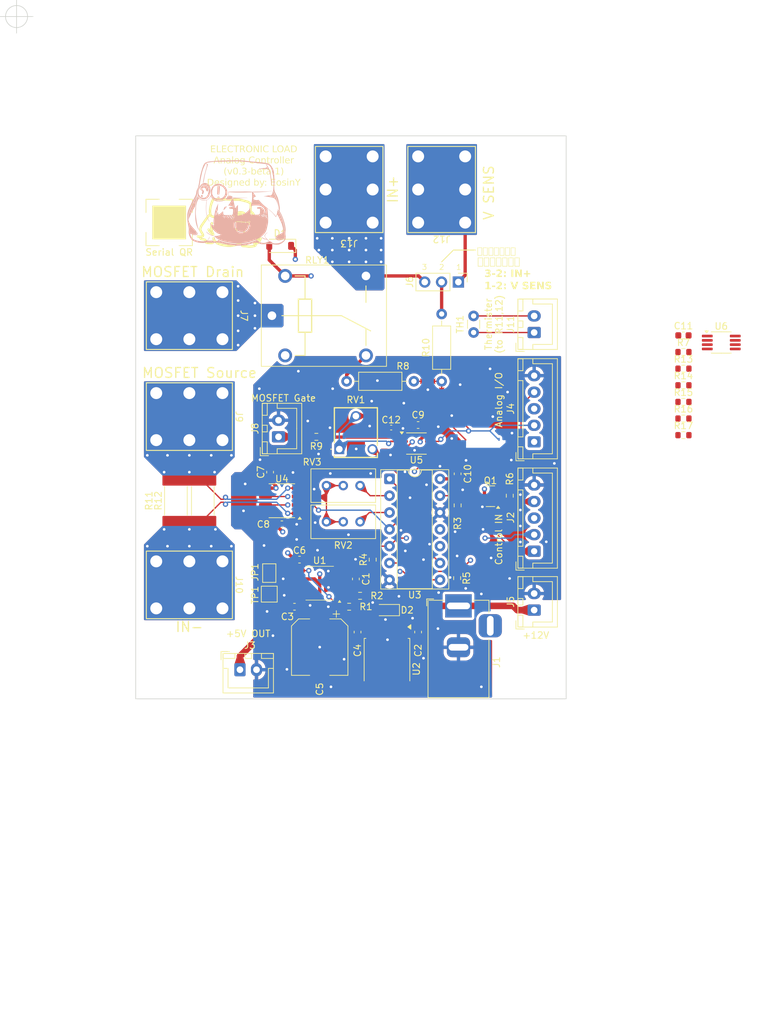
<source format=kicad_pcb>
(kicad_pcb (version 20241229) (generator "pcbnew") (generator_version "9.0")
  (layers (0 "F.Cu" signal) (4 "In1.Cu" signal) (6 "In2.Cu" signal) (2 "B.Cu" signal) (13 "F.Paste" user) (15 "B.Paste" user) (5 "F.SilkS" user "F.Silkscreen") (7 "B.SilkS" user "B.Silkscreen") (1 "F.Mask" user) (3 "B.Mask" user) (25 "Edge.Cuts" user))
  (net 0 "")
  (net 1 "VCC")
  (net 2 "GND")
  (net 4 "/Vmeas")
  (net 5 "Vofs")
  (net 6 "SHUNT_SELECT2")
  (net 7 "LOAD_ENABLE")
  (net 8 "SHUNT_SELECT1")
  (net 9 "Vconst_ENABLE")
  (net 10 "/Vref")
  (net 11 "Rg_2")
  (net 12 "Net-(RV1-Pad3)")
  (net 13 "Rg_1")
  (net 14 "+12V")
  (net 15 "/MOS+")
  (net 16 "/R+")
  (net 17 "/Load+")
  (net 18 "/Vsens")
  (net 19 "/LOAD_ENABLE-G")
  (net 20 "/Vmeas_IN")
  (net 21 "/TH_1")
  (net 22 "/TH_2")
  (net 23 "Net-(J8-Pin_1)")
  (net 24 "VEE")
  (net 25 "Net-(JP1-A)")
  (net 26 "Net-(RV2-Pad1)")
  (net 27 "Net-(RV3-Pad1)")
  (net 28 "Net-(U1-C-)")
  (net 29 "Net-(U1-C+)")
  (net 30 "Net-(C12-Pad1)")
  (net 31 "Net-(C12-Pad2)")
  (net 32 "Net-(U1-FB)")
  (net 33 "/Imeas")
  (net 36 "R-")
  (net 37 "Net-(R17-Pad2)")
  (net 38 "Net-(R10-Pad1)")
  (net 39 "Net-(R13-Pad1)")
  (net 40 "Net-(R13-Pad2)")
  (net 41 "Net-(R15-Pad1)")
  (net 42 "Net-(U6-Pad6)")
  (footprint "Connector_JST:JST_XH_B2B-XH-A_1x02_P2.50mm_Vertical" (layer "F.Cu") (at 90.17 59.69 90)
    (property "Reference" "J11")
    (property "Value" "Conn_01x02")
  )
  (footprint "Package_SO:MSOP-8_3x3mm_P0.65mm" (layer "F.Cu") (at 118.423 61.198)
    (property "Reference" "U6")
    (property "Value" "S-89713B-K8T2U")
  )
  (footprint "Diode_SMD:D_SOD-323" (layer "F.Cu") (at 67.818 101.6 180)
    (property "Reference" "D2")
    (property "Value" "D_Schottky")
  )
  (footprint "Package_TO_SOT_SMD:TO-252-2" (layer "F.Cu") (at 67.945 109.18 -90)
    (property "Reference" "U2")
    (property "Value" "NJM7805SDL1")
  )
  (footprint "Connector_PinHeader_2.54mm:PinHeader_1x03_P2.54mm_Vertical" (layer "F.Cu") (at 78.725 52.07 -90)
    (property "Reference" "J6")
    (property "Value" "VsensJMP")
  )
  (footprint "Diode_SMD:D_SOD-123" (layer "F.Cu") (at 51.817 46.609 180)
    (property "Reference" "D1")
    (property "Value" "GS1010FL")
  )
  (footprint "Capacitor_THT:C_Disc_D3.0mm_W1.6mm_P2.50mm" (layer "F.Cu") (at 81.026 59.69 90)
    (property "Reference" "TH1")
    (property "Value" "Thermistor")
  )
  (footprint "Capacitor_SMD:C_0603_1608Metric" (layer "F.Cu") (at 72.644 104.915 -90)
    (property "Reference" "C2")
    (property "Value" "0.47u")
  )
  (footprint "MountingHole:MountingHole_3.2mm_M3" (layer "F.Cu") (at 90 110)
    (property "Reference" "H3" (hide yes))
    (property "Value" "MountingHole")
  )
  (footprint "Resistor_SMD:R_0603_1608Metric" (layer "F.Cu") (at 112.713 65.148)
    (property "Reference" "R13")
    (property "Value" "10k")
  )
  (footprint "Package_DMP:DMP-8_5x5_P1.27mm" (layer "F.Cu") (at 57.785 97.536 90)
    (property "Reference" "U1")
    (property "Value" "NJW4191M")
  )
  (footprint "Resistor_SMD:R_2512_6332Metric" (layer "F.Cu") (at 40.132 85.09 -90)
    (property "Reference" "R12")
    (property "Value" "20m")
  )
  (footprint "Package_SO:SOIC-8_3.9x4.9mm_P1.27mm" (layer "F.Cu") (at 52.07 85.09 180)
    (property "Reference" "U4")
    (property "Value" "AD8226ARZ")
  )
  (footprint "Capacitor_SMD:C_0603_1608Metric" (layer "F.Cu") (at 50.292 80.772 90)
    (property "Reference" "C7")
    (property "Value" "0.1u")
  )
  (footprint "AM_Conn_BarrelJack:MJ-179P(H)" (layer "F.Cu") (at 78.74 114.715 90)
    (property "Reference" "J1")
    (property "Value" "2.1-5.5 +12VDC")
  )
  (footprint "Resistor_SMD:R_0603_1608Metric" (layer "F.Cu") (at 65.786 93.98 -90)
    (property "Reference" "R4")
    (property "Value" "10k")
  )
  (footprint "Resistor_THT:R_Axial_DIN0207_L6.3mm_D2.5mm_P10.16mm_Horizontal" (layer "F.Cu") (at 61.849 67.056)
    (property "Reference" "R8")
    (property "Value" "10k")
  )
  (footprint "Connector_JST:JST_XH_B2B-XH-A_1x02_P2.50mm_Vertical" (layer "F.Cu") (at 51.562 75.438 90)
    (property "Reference" "J8")
    (property "Value" "Gate")
  )
  (footprint "Connector_JST:JST_XH_B2B-XH-A_1x02_P2.50mm_Vertical" (layer "F.Cu") (at 90.17 101.6 90)
    (property "Reference" "J5")
    (property "Value" "+12V")
  )
  (footprint "Resistor_SMD:R_0603_1608Metric" (layer "F.Cu") (at 112.713 72.678)
    (property "Reference" "R16")
    (property "Value" "10k")
  )
  (footprint "AM_Relay:HSINDA-943_12A-1C_5p" (layer "F.Cu") (at 58.42 57.15)
    (property "Reference" "RLY1")
    (property "Value" "943-1C-12DS")
  )
  (footprint "Potentiometer_THT:Potentiometer_Bourns_3296W_Vertical" (layer "F.Cu") (at 63.881 88.265)
    (property "Reference" "RV2")
    (property "Value" "500")
  )
  (footprint "Resistor_SMD:R_0603_1608Metric" (layer "F.Cu") (at 86.487 84.328 -90)
    (property "Reference" "R6")
    (property "Value" "10k")
  )
  (footprint "Capacitor_SMD:C_0603_1608Metric" (layer "F.Cu") (at 53.975 101.092 180)
    (property "Reference" "C3")
    (property "Value" "1u")
  )
  (footprint "AM_Conn_ScrewTerminal:ScrewTerminal_01x01_PCB-20" (layer "F.Cu") (at 38.1 97.79 -90)
    (property "Reference" "J10")
    (property "Value" "Vin_-")
  )
  (footprint "Capacitor_SMD:C_0402_1005Metric" (layer "F.Cu") (at 68.58 74.041)
    (property "Reference" "C12")
    (property "Value" "0.01u")
  )
  (footprint "Resistor_SMD:R_0603_1608Metric" (layer "F.Cu") (at 63.881 99.441 180)
    (property "Reference" "R2")
    (property "Value" "10k")
  )
  (footprint "Connector_JST:JST_XH_B2B-XH-A_1x02_P2.50mm_Vertical" (layer "F.Cu") (at 45.74 110.6)
    (property "Reference" "J3")
    (property "Value" "+5V")
  )
  (footprint "Capacitor_SMD:C_0603_1608Metric" (layer "F.Cu") (at 112.713 60.128)
    (property "Reference" "C11")
    (property "Value" "0.1u")
  )
  (footprint "Capacitor_SMD:CP_Elec_8x6.2" (layer "F.Cu") (at 57.785 107.19 -90)
    (property "Reference" "C5")
    (property "Value" "47u")
  )
  (footprint "Resistor_THT:R_Axial_DIN0207_L6.3mm_D2.5mm_P10.16mm_Horizontal" (layer "F.Cu") (at 76.2 67.056 90)
    (property "Reference" "R10")
    (property "Value" "150k")
  )
  (footprint "TestPoint:TestPoint_Pad_2.0x2.0mm" (layer "F.Cu") (at 50.165 99.187)
    (property "Reference" "TP1")
    (property "Value" "CLK_in")
  )
  (footprint "Capacitor_SMD:C_0603_1608Metric" (layer "F.Cu") (at 52.07 88.646)
    (property "Reference" "C8")
    (property "Value" "0.1u")
  )
  (footprint "Resistor_SMD:R_0603_1608Metric" (layer "F.Cu") (at 112.713 67.658)
    (property "Reference" "R14")
    (property "Value" "10k")
  )
  (footprint "Connector_JST:JST_XH_B5B-XH-A_1x05_P2.50mm_Vertical" (layer "F.Cu") (at 90.17 76.2 90)
    (property "Reference" "J4")
    (property "Value" "AnalogIO")
  )
  (footprint "Capacitor_SMD:C_0603_1608Metric" (layer "F.Cu") (at 54.737 93.98)
    (property "Reference" "C6")
    (property "Value" "1u")
  )
  (footprint "Resistor_SMD:R_0603_1608Metric" (layer "F.Cu") (at 112.713 70.168)
    (property "Reference" "R15")
    (property "Value" "10k")
  )
  (footprint "Resistor_SMD:R_0603_1608Metric" (layer "F.Cu") (at 112.713 62.638)
    (property "Reference" "R7")
    (property "Value" "10k")
  )
  (footprint "Jumper:SolderJumper-2_P1.3mm_Open_TrianglePad1.0x1.5mm" (layer "F.Cu") (at 50.165 96.012 90)
    (property "Reference" "JP1")
    (property "Value" "CLK_disable")
  )
  (footprint "Eoshi-chan_v2:Eoshi-chan-v2_10x10" (layer "F.Cu") (at 44.196 43.18)
    (property "Reference" "P2" (hide yes))
    (property "Value" "Eoshi-chan_Silk" (hide yes))
  )
  (footprint "MountingHole:MountingHole_3.2mm_M3" (layer "F.Cu") (at 90 35)
    (property "Reference" "H4" (hide yes))
    (property "Value" "MountingHole")
  )
  (footprint "AM_Conn_ScrewTerminal:ScrewTerminal_01x01_PCB-20" (layer "F.Cu") (at 38.1 57.15 -90)
    (property "Reference" "J7")
    (property "Value" "Drain")
  )
  (footprint "AM_Conn_ScrewTerminal:ScrewTerminal_01x01_PCB-20" (layer "F.Cu") (at 38.1 72.39 -90)
    (property "Reference" "J9")
    (property "Value" "Source")
  )
  (footprint "Package_DIP:DIP-14_W7.62mm_Socket" (layer "F.Cu") (at 68.326 81.788)
    (property "Reference" "U3")
    (property "Value" "TC74HC4066AP")
  )
  (footprint "Package_TO_SOT_SMD:SOT-23" (layer "F.Cu") (at 83.566 84.4042 180)
    (property "Reference" "Q1")
    (property "Value" "2N7002K")
  )
  (footprint "Resistor_SMD:R_2512_6332Metric" (layer "F.Cu") (at 36.068 85.09 -90)
    (property "Reference" "R11")
    (property "Value" "20m")
  )
  (footprint "JLCPCB_Serial:Serial_QR_5x5" (layer "F.Cu") (at 35.052 43.076)
    (property "Reference" "P3" (hide yes))
    (property "Value" "Serial_QR")
  )
  (footprint "Resistor_SMD:R_0603_1608Metric" (layer "F.Cu") (at 57.277 75.438 180)
    (property "Reference" "R9")
    (property "Value" "100")
  )
  (footprint "Capacitor_SMD:C_0603_1608Metric" (layer "F.Cu") (at 78.613 81.026 90)
    (property "Reference" "C10")
    (property "Value" "0.1u")
  )
  (footprint "MountingHole:MountingHole_3.2mm_M3" (layer "F.Cu") (at 35 35)
    (property "Reference" "H1" (hide yes))
    (property "Value" "MountingHole")
  )
  (footprint "Potentiometer_THT:Potentiometer_Bourns_3296W_Vertical" (layer "F.Cu") (at 63.881 82.804)
    (property "Reference" "RV3")
    (property "Value" "1k")
  )
  (footprint "MountingHole:MountingHole_3.2mm_M3" (layer "F.Cu") (at 35 110)
    (property "Reference" "H2" (hide yes))
    (property "Value" "MountingHole")
  )
  (footprint "Capacitor_SMD:C_0603_1608Metric" (layer "F.Cu") (at 72.644 73.66 180)
    (property "Reference" "C9")
    (property "Value" "0.1u")
  )
  (footprint "AM_Potentiometer:TSR065103R" (layer "F.Cu") (at 60.746 77.303)
    (property "Reference" "RV1")
    (property "Value" "10k" (hide yes))
  )
  (footprint "Package_SO:MSOP-8_3x3mm_P0.65mm" (layer "F.Cu") (at 72.39 76.454)
    (property "Reference" "U5")
    (property "Value" "S-89713B-K8T2U")
  )
  (footprint "Resistor_SMD:R_0603_1608Metric" (layer "F.Cu") (at 78.613 85.788 -90)
    (property "Reference" "R3")
    (property "Value" "10k")
  )
  (footprint "Resistor_SMD:R_0603_1608Metric" (layer "F.Cu") (at 62.23 101.092 180)
    (property "Reference" "R1")
    (property "Value" "20k")
  )
  (footprint "Resistor_SMD:R_0603_1608Metric" (layer "F.Cu") (at 112.713 75.188)
    (property "Reference" "R17")
    (property "Value" "10k")
  )
  (footprint "AM_Conn_ScrewTerminal:ScrewTerminal_01x01_PCB-20" (layer "F.Cu") (at 62.23 38.1 180)
    (property "Reference" "J13")
    (property "Value" "Vin+")
  )
  (footprint "AM_Conn_ScrewTerminal:ScrewTerminal_01x01_PCB-20" (layer "F.Cu") (at 76.2 38.1 180)
    (property "Reference" "J12")
    (property "Value" "Vsens")
  )
  (footprint "Connector_JST:JST_XH_B5B-XH-A_1x05_P2.50mm_Vertical" (layer "F.Cu") (at 90.17 92.71 90)
    (property "Reference" "J2")
    (property "Value" "Switch_Control")
  )
  (footprint "Capacitor_SMD:C_0603_1608Metric" (layer "F.Cu") (at 63.5 104.915 -90)
    (property "Reference" "C4")
    (property "Value" "0.1u")
  )
  (footprint "Capacitor_SMD:C_0603_1608Metric" (layer "F.Cu") (at 63.246 96.901 90)
    (property "Reference" "C1")
    (property "Value" "1u")
  )
  (footprint "Resistor_SMD:R_0603_1608Metric" (layer "F.Cu") (at 78.5368 96.774 -90)
    (property "Reference" "R5")
    (property "Value" "10k")
  )
  (footprint "Eoshi-chan:Eoshi-chan_logo_15x15" (layer "B.Cu") (at 45.212328 39.730973 180)
    (property "Reference" "P1" (hide yes))
    (property "Value" "Eoshi-chan_Silk" (hide yes))
  )
  (gr_line (start 77.978 47.244) (end 76.2 49.022) (stroke (width 0.15)) (layer "F.SilkS"))
  (gr_line (start 81.28 47.244) (end 77.978 47.244) (stroke (width 0.15)) (layer "F.SilkS"))
  (gr_rect (start 30 30) (end 95 115) (stroke (width 0.1)) (fill no) (layer "Edge.Cuts"))
  (gr_text "Analog I/O" (at 84.836 69.85 90) (layer "F.SilkS") (effects (font (size 1 1))))
  (gr_text "電圧測定モード\n  3-2: IN+\n  1-2: V SENS" (at 81.5848 53.34 0) (layer "F.SilkS") (effects (font (size 1.1 1.1) (thickness 0.22) (bold yes)) (justify left bottom)))
  (gr_text "IN+" (at 68.824 38.076 90) (layer "F.SilkS") (effects (font (size 1.5 1.5) (thickness 0.2))))
  (gr_text "3   2   1" (at 76.2 50.292 0) (layer "F.SilkS") (effects (font (size 0.8 0.8) (thickness 0.1)) (justify bottom)))
  (gr_text "Control IN" (at 84.836 90.932 90) (layer "F.SilkS") (effects (font (size 1 1))))
  (gr_text "+12V" (at 90.424 105.41 0) (layer "F.SilkS") (effects (font (size 1 1))))
  (gr_text "Thermister\n(to R11,12)" (at 84.074 58.44 90) (layer "F.SilkS") (effects (font (size 1 1))))
  (gr_text "MOSFET Gate" (at 52.324 69.596 0) (layer "F.SilkS") (effects (font (size 1 1))))
  (gr_text "MOSFET Drain" (at 38.608 50.546 0) (layer "F.SilkS") (effects (font (size 1.5 1.5) (thickness 0.2))))
  (gr_text "V SENS" (at 83.324 38.576 90) (layer "F.SilkS") (effects (font (size 1.5 1.5) (thickness 0.2))))
  (gr_text "+5V OUT" (at 46.99 105.156 0) (layer "F.SilkS") (effects (font (size 1 1))))
  (gr_text "ELECTRONIC LOAD\nAnalog Controller\n(v0.3-beta.1)\nDesigned by: EosinY" (at 47.824 34.576 0) (layer "F.SilkS") (effects (font (size 1 1) (thickness 0.125))))
  (gr_text "IN-" (at 38.1 104.14 0) (layer "F.SilkS") (effects (font (size 1.5 1.5) (thickness 0.2))))
  (gr_text "MOSFET Source" (at 39.624 65.786 0) (layer "F.SilkS") (effects (font (size 1.5 1.5) (thickness 0.2))))
  (gr_text "ジャンパーピン" (at 81.534 48.006 0) (layer "F.SilkS") (effects (font (size 1 1) (thickness 0.2) (bold yes)) (justify left bottom)))
  (target plus (at 12.005 11.99) (size 5) (width 0.1) (layer "Edge.Cuts"))
  (segment (start 78.486 73.406) (end 77.9145 73.9775) (width 0.2) (layer "F.Cu") (net 0))
  (segment (start 74.5025 76.779) (end 78.952 76.779) (width 0.2) (layer "F.Cu") (net 0))
  (segment (start 78.952 76.779) (end 79.834 75.897) (width 0.2) (layer "F.Cu") (net 0))
  (segment (start 76.2 72.263) (end 76.2 67.056) (width 0.2) (layer "F.Cu") (net 0))
  (segment (start 78.514 73.406) (end 78.486 73.406) (width 0.2) (layer "F.Cu") (net 0))
  (segment (start 76.2 67.056) (end 72.009 67.056) (width 0.2) (layer "F.Cu") (net 0))
  (segment (start 79.834 75.897) (end 76.2 72.263) (width 0.2) (layer "F.Cu") (net 0))
  (segment (start 72.9615 76.2) (end 72.9615 75.8825) (width 0.5) (layer "F.Cu") (net 1))
  (segment (start 54.735 99.631) (end 54.735 101.077) (width 0.5) (layer "F.Cu") (net 1))
  (segment (start 73.406 75.438) (end 73.406 73.673) (width 0.5) (layer "F.Cu") (net 1))
  (segment (start 57.785 100.457) (end 57.785 97.663) (width 0.5) (layer "F.Cu") (net 1))
  (segment (start 50.165 104.14) (end 57.785 104.14) (width 1) (layer "F.Cu") (net 1))
  (segment (start 57.785 100.203) (end 57.023 99.441) (width 0.5) (layer "F.Cu") (net 1))
  (segment (start 54.735 101.077) (end 54.75 101.092) (width 0.5) (layer "F.Cu") (net 1))
  (segment (start 57.785 100.457) (end 57.785 100.203) (width 0.5) (layer "F.Cu") (net 1))
  (segment (start 78.5746 81.788) (end 75.946 81.788) (width 0.5) (layer "F.Cu") (net 1))
  (segment (start 65.665 102.737) (end 66.768 101.634) (width 1) (layer "F.Cu") (net 1))
  (segment (start 54.545 96.901) (end 57.023 96.901) (width 0.5) (layer "F.Cu") (net 1))
  (segment (start 57.785 104.14) (end 57.785 100.457) (width 0.5) (layer "F.Cu") (net 1))
  (segment (start 57.023 99.441) (end 54.545 99.441) (width 0.5) (layer "F.Cu") (net 1))
  (segment (start 50.8 86.995) (end 49.595 86.995) (width 0.5) (layer "F.Cu") (net 1))
  (segment (start 54.545 99.441) (end 54.735 99.631) (width 0.5) (layer "F.Cu") (net 1))
  (segment (start 45.74 108.565) (end 45.74 110.6) (width 1) (layer "F.Cu") (net 1))
  (segment (start 66.768 101.634) (end 66.768 101.6) (width 1) (layer "F.Cu") (net 1))
  (segment (start 51.308 88.646) (end 51.295 88.646) (width 0.5) (layer "F.Cu") (net 1))
  (segment (start 63.5 104.14) (end 57.785 104.14) (width 1) (layer "F.Cu") (net 1))
  (segment (start 51.295 88.646) (end 51.295 88.887) (width 0.5) (layer "F.Cu") (net 1))
  (segment (start 51.295 88.887) (end 52.197 89.789) (width 0.5) (layer "F.Cu") (net 1))
  (segment (start 73.365 75.479) (end 74.5025 75.479) (width 0.3) (layer "F.Cu") (net 1))
  (segment (start 57.023 96.901) (end 57.785 97.663) (width 0.5) (layer "F.Cu") (net 1))
  (segment (start 73.406 73.673) (end 73.419 73.66) (width 0.5) (layer "F.Cu") (net 1))
  (segment (start 50.165 104.14) (end 45.74 108.565) (width 1) (layer "F.Cu") (net 1))
  (segment (start 51.295 88.646) (end 51.295 87.49) (width 0.5) (layer "F.Cu") (net 1))
  (segment (start 65.665 104.14) (end 65.665 102.737) (width 1) (layer "F.Cu") (net 1))
  (segment (start 65.665 104.14) (end 63.5 104.14) (width 1) (layer "F.Cu") (net 1))
  (segment (start 72.9615 75.8825) (end 73.365 75.479) (width 0.5) (layer "F.Cu") (net 1))
  (segment (start 51.295 87.49) (end 50.8 86.995) (width 0.5) (layer "F.Cu") (net 1))
  (segment (start 73.365 75.479) (end 73.406 75.438) (width 0.5) (layer "F.Cu") (net 1))
  (segment (start 57.785 97.663) (end 57.785 96.139) (width 0.5) (layer "F.Cu") (net 1))
  (via (at 52.197 89.789) (size 0.8) (drill 0.4) (layers "F.Cu" "B.Cu") (net 1))
  (via (at 72.9615 76.2) (size 0.8) (drill 0.4) (layers "F.Cu" "B.Cu") (net 1))
  (via (at 57.785 96.139) (size 0.8) (drill 0.4) (layers "F.Cu" "B.Cu") (net 1))
  (segment (start 53.2384 89.0394) (end 53.2384 89.8652) (width 0.5) (layer "F.Cu") (net 2))
  (segment (start 59.182 95.7072) (end 60.3758 96.901) (width 0.5) (layer "F.Cu") (net 2))
  (segment (start 59.1058 98.171) (end 60.3758 96.901) (width 0.5) (layer "F.Cu") (net 2))
  (segment (start 60.3758 96.901) (end 61.025 96.901) (width 0.5) (layer "F.Cu") (net 2))
  (segment (start 53.2384 89.8652) (end 54.3052 90.932) (width 0.5) (layer "F.Cu") (net 2))
  (segment (start 52.845 88.646) (end 53.2384 89.0394) (width 0.5) (layer "F.Cu") (net 2))
  (segment (start 59.0804 95.7072) (end 59.182 95.7072) (width 0.5) (layer "F.Cu") (net 2))
  (via (at 75.692 73.914) (size 0.8) (drill 0.4) (layers "F.Cu" "B.Cu") (net 2))
  (via (at 63.1952 93.9292) (size 0.8) (drill 0.4) (layers "F.Cu" "B.Cu") (net 2))
  (via (at 59.3344 74.0664) (size 0.8) (drill 0.4) (layers "F.Cu" "B.Cu") (net 2))
  (via (at 57.0992 88.392) (size 0.8) (drill 0.4) (layers "F.Cu" "B.Cu") (net 2))
  (via (at 56.9468 83.3374) (size 0.8) (drill 0.4) (layers "F.Cu" "B.Cu") (net 2))
  (via (at 71.4248 84.6328) (size 0.8) (drill 0.4) (layers "F.Cu" "B.Cu") (net 2))
  (via (at 70.0532 89.5604) (size 0.8) (drill 0.4) (layers "F.Cu" "B.Cu") (net 2))
  (via (at 79.883 78.994) (size 0.8) (drill 0.4) (layers "F.Cu" "B.Cu") (net 2))
  (via (at 83.9216 72.39) (size 0.8) (drill 0.4) (layers "F.Cu" "B.Cu") (net 2))
  (via (at 59.3852 80.9752) (size 0.8) (drill 0.4) (layers "F.Cu" "B.Cu") (net 2))
  (via (at 74.1172 68.326) (size 0.8) (drill 0.4) (layers "F.Cu" "B.Cu") (net 2))
  (via (at 77.724 72.2376) (size 0.8) (drill 0.4) (layers "F.Cu" "B.Cu") (net 2))
  (via (at 88.0872 88.9) (size 0.8) (drill 0.4) (layers "F.Cu" "B.Cu") (net 2))
  (via (at 91.9988 91.2876) (size 0.8) (drill 0.4) (layers "F.Cu" "B.Cu") (net 2))
  (via (at 65.6336 70.0532) (size 0.8) (drill 0.4) (layers "F.Cu" "B.Cu") (net 2))
  (via (at 63.2968 77.2668) (size 0.8) (drill 0.4) (layers "F.Cu" "B.Cu") (net 2))
  (via (at 61.468 109.0168) (size 0.8) (drill 0.4) (layers "F.Cu" "B.Cu") (net 2))
  (via (at 54.5592 65.532) (size 0.8) (drill 0.4) (layers "F.Cu" "B.Cu") (net 2))
  (via (at 88.0872 86.487) (size 0.8) (drill 0.4) (layers "F.Cu" "B.Cu") (net 2))
  (via (at 83.6676 93.726) (size 0.8) (drill 0.4) (layers "F.Cu" "B.Cu") (net 2))
  (via (at 73.4568 93.98) (size 0.8) (drill 0.4) (layers "F.Cu" "B.Cu") (net 2))
  (via (at 46.2788 86.614) (size 0.8) (drill 0.4) (layers "F.Cu" "B.Cu") (net 2))
  (via (at 57.785 107.188) (size 0.8) (drill 0.4) (layers "F.Cu" "B.Cu") (net 2))
  (via (at 70.7136 92.6592) (size 0.8) (drill 0.4) (layers "F.Cu" "B.Cu") (net 2))
  (via (at 65.786 100.457) (size 0.8) (drill 0.4) (layers "F.Cu" "B.Cu") (net 2))
  (via (at 77.47 96.6724) (size 0.8) (drill 0.4) (layers "F.Cu" "B.Cu") (net 2))
  (via (at 68.0212 106.0704) (size 0.8) (drill 0.4) (layers "F.Cu" "B.Cu") (net 2))
  (via (at 82.3468 86.0044) (size 0.8) (drill 0.4) (layers "F.Cu" "B.Cu") (net 2))
  (via (at 65.3288 73.8124) (size 0.8) (drill 0.4) (layers "F.Cu" "B.Cu") (net 2))
  (via (at 82.1944 99.1616) (size 0.8) (drill 0.4) (layers "F.Cu" "B.Cu") (net 2))
  (via (at 59.1058 98.171) (size 0.8) (drill 0.4) (layers "F.Cu" "B.Cu") (net 2))
  (via (at 59.7408 68.1736) (size 0.8) (drill 0.4) (layers "F.Cu" "B.Cu") (net 2))
  (via (at 48.6664 68.1736) (size 0.8) (drill 0.4) (layers "F.Cu" "B.Cu") (net 2))
  (via (at 77.724 75.692) (size 0.8) (drill 0.4) (layers "F.Cu" "B.Cu") (net 2))
  (via (at 52.832 110.5408) (size 0.8) (drill 0.4) (layers "F.Cu" "B.Cu") (net 2))
  (via (at 59.0804 101.092) (size 0.8) (drill 0.4) (layers "F.Cu" "B.Cu") (net 2))
  (via (at 73.914 82.677) (size 0.8) (drill 0.4) (layers "F.Cu" "B.Cu") (net 2))
  (via (at 93.218 79.4512) (size 0.8) (drill 0.4) (layers "F.Cu" "B.Cu") (net 2))
  (via (at 78.232 89.7636) (size 0.8) (drill 0.4) (layers "F.Cu" "B.Cu") (net 2))
  (via (at 54.3052 88.646) (size 0.8) (drill 0.4) (layers "F.Cu" "B.Cu") (net 2))
  (via (at 83.5152 65.1764) (size 0.8) (drill 0.4) (layers "F.Cu" "B.Cu") (net 2))
  (via (at 70.485 70.358) (size 0.8) (drill 0.4) (layers "F.Cu" "B.Cu") (net 2))
  (via (at 75.6412 104.394) (size 0.8) (drill 0.4) (layers "F.Cu" "B.Cu") (net 2))
  (via (at 70.358 74.168) (size 0.8) (drill 0.4) (layers "F.Cu" "B.Cu") (net 2))
  (via (at 62.1284 90.2208) (size 0.8) (drill 0.4) (layers "F.Cu" "B.Cu") (net 2))
  (via (at 82.1944 113.1824) (size 0.8) (drill 0.4) (layers "F.Cu" "B.Cu") (net 2))
  (via (at 70.6628 80.7212) (size 0.8) (drill 0.4) (layers "F.Cu" "B.Cu") (net 2))
  (via (at 65.4812 80.9752) (size 0.8) (drill 0.4) (layers "F.Cu" "B.Cu") (net 2))
  (via (at 69.7484 99.5172) (size 0.8) (drill 0.4) (layers "F.Cu" "B.Cu") (net 2))
  (via (at 86.8172 74.8792) (size 0.8) (drill 0.4) (layers "F.Cu" "B.Cu") (net 2))
  (via (at 78.5368 93.4212) (size 0.8) (drill 0.4) (layers "F.Cu" "B.Cu") (net 2))
  (via (at 79.8322 98.3234) (size 0.8) (drill 0.4) (layers "F.Cu" "B.Cu") (net 2))
  (via (at 55.9816 73.0504) (size 0.8) (drill 0.4) (layers "F.Cu" "B.Cu") (net 2))
  (via (at 82.4484 89.408) (size 0.8) (drill 0.4) (layers "F.Cu" "B.Cu") (net 2))
  (via (at 75.7428 98.9584) (size 0.8) (drill 0.4) (layers "F.Cu" "B.Cu") (net 2))
  (via (at 86.1568 68.6816) (size 0.8) (drill 0.4) (layers "F.Cu" "B.Cu") (net 2))
  (via (at 57.4548 92.5576) (size 0.8) (drill 0.4) (layers "F.Cu" "B.Cu") (net 2))
  (via (at 59.4868 113.1824) (size 0.8) (drill 0.4) (layers "F.Cu" "B.Cu") (net 2))
  (via (at 57.6072 78.0288) (size 0.8) (drill 0.4) (layers "F.Cu" "B.Cu") (net 2))
  (via (at 74.3712 91.6432) (size 0.8) (drill 0.4) (layers "F.Cu" "B.Cu") (net 2))
  (via (at 86.7156 78.9432) (size 0.8) (drill 0.4) (layers "F.Cu" "B.Cu") (net 2))
  (via (at 79.375 83.439) (size 0.8) (drill 0.4) (layers "F.Cu" "B.Cu") (net 2))
  (via (at 52.4256 99.3648) (size 0.8) (drill 0.4) (layers "F.Cu" "B.Cu") (net 2))
  (via (at 50.7238 105.4608) (size 0.8) (drill 0.4) (layers "F.Cu" "B.Cu") (net 2))
  (via (at 71.8058 102.8192) (size 0.8) (drill 0.4) (layers "F.Cu" "B.Cu") (net 2))
  (via (at 49.3776 91.8464) (size 0.8) (drill 0.4) (layers "F.Cu" "B.Cu") (net 2))
  (via (at 78.994 67.564) (size 0.8) (drill 0.4) (layers "F.Cu" "B.Cu") (net 2))
  (via (at 54.3052 90.932) (size 0.8) (drill 0.4) (layers "F.Cu" "B.Cu") (net 2))
  (via (at 88.0872 84.1756) (size 0.8) (drill 0.4) (layers "F.Cu" "B.Cu") (net 2))
  (via (at 49.8348 101.8032) (size 0.8) (drill 0.4) (layers "F.Cu" "B.Cu") (net 2))
  (via (at 66.4972 66.9544) (size 0.8) (drill 0.4) (layers "F.Cu" "B.Cu") (net 2))
  (via (at 52.2732 96.8756) (size 0.8) (drill 0.4) (layers "F.Cu" "B.Cu") (net 2))
  (via (at 73.4568 108.8644) (size 0.8) (drill 0.4) (layers "F.Cu" "B.Cu") (net 2))
  (via (at 75.946 79.883) (size 0.8) (drill 0.4) (layers "F.Cu" "B.Cu") (net 2))
  (via (at 48.768 78.8924) (size 0.8) (drill 0.4) (layers "F.Cu" "B.Cu") (net 2))
  (via (at 86.4616 96.8248) (size 0.8) (drill 0.4) (layers "F.Cu" "B.Cu") (net 2))
  (via (at 59.0804 95.7072) (size 0.8) (drill 0.4) (layers "F.Cu" "B.Cu") (net 2))
  (via (at 53.7464 80.8228) (size 0.8) (drill 0.4) (layers "F.Cu" "B.Cu") (net 2))
  (via (at 72.1115 77.47) (size 0.8) (drill 0.4) (layers "F.Cu" "B.Cu") (net 2))
  (via (at 67.7164 103.0224) (size 0.8) (drill 0.4) (layers "F.Cu" "B.Cu") (net 2))
  (via (at 68.4784 78.1812) (size 0.8) (drill 0.4) (layers "F.Cu" "B.Cu") (net 2))
  (via (at 56.3372 100.8888) (size 0.8) (drill 0.4) (layers "F.Cu" "B.Cu") (net 2))
  (via (at 46.5328 82.55) (size 0.8) (drill 0.4) (layers "F.Cu" "B.Cu") (net 2))
  (via (at 88.0872 91.313) (size 0.8) (drill 0.4) (layers "F.Cu" "B.Cu") (net 2))
  (segment (start 79.502 73.406) (end 79.474 73.406) (width 0.2) (layer "F.Cu") (net 4))
  (segment (start 80.264 74.168) (end 79.502 73.406) (width 0.2) (layer "F.Cu") (net 4))
  (segment (start 76.073 75.819) (end 75.763 76.129) (width 0.2) (layer "F.Cu") (net 4))
  (segment (start 80.264 74.549) (end 80.264 74.168) (width 0.2) (layer "F.Cu") (net 4))
  (segment (start 75.763 76.129) (end 74.5025 76.129) (width 0.2) (layer "F.Cu") (net 4))
  (via (at 76.073 75.819) (size 0.8) (drill 0.4) (layers "F.Cu" "B.Cu") (net 4))
  (via (at 80.264 74.549) (size 0.8) (drill 0.4) (layers "F.Cu" "B.Cu") (net 4))
  (segment (start 76.073 75.819) (end 77.343 74.549) (width 0.2) (layer "B.Cu") (net 4))
  (segment (start 80.264 74.549) (end 83.468 74.549) (width 0.2) (layer "B.Cu") (net 4))
  (segment (start 84.865 75.946) (end 84.865 75.6775) (width 0.2) (layer "B.Cu") (net 4))
  (segment (start 77.343 74.549) (end 80.264 74.549) (width 0.2) (layer "B.Cu") (net 4))
  (segment (start 83.468 74.549) (end 84.317 73.7) (width 0.2) (layer "B.Cu") (net 4))
  (segment (start 83.468 74.549) (end 84.865 75.946) (width 0.2) (layer "B.Cu") (net 4))
  (segment (start 84.317 73.7) (end 90.17 73.7) (width 0.2) (layer "B.Cu") (net 4))
  (segment (start 85.852 77.47) (end 74.5435 77.47) (width 0.2) (layer "F.Cu") (net 5))
  (segment (start 72.0979 80.6831) (end 74.295 78.486) (width 0.2) (layer "F.Cu") (net 5))
  (segment (start 74.5435 77.47) (end 74.5025 77.429) (width 0.2) (layer "F.Cu") (net 5))
  (segment (start 52.959 84.455) (end 49.595 84.455) (width 0.2) (layer "F.Cu") (net 5))
  (segment (start 74.295 78.486) (end 74.295 77.6365) (width 0.2) (layer "F.Cu") (net 5))
  (segment (start 74.295 77.6365) (end 74.5025 77.429) (width 0.2) (layer "F.Cu") (net 5))
  (segment (start 90.17 68.7) (end 90.17 68.707) (width 0.2) (layer "F.Cu") (net 5))
  (segment (start 90.17 68.707) (end 88.1888 70.6882) (width 0.2) (layer "F.Cu") (net 5))
  (segment (start 88.1888 75.1332) (end 85.852 77.47) (width 0.2) (layer "F.Cu") (net 5))
  (segment (start 88.1888 70.6882) (end 88.1888 75.1332) (width 0.2) (layer "F.Cu") (net 5))
  (via (at 52.959 84.455) (size 0.8) (drill 0.4) (layers "F.Cu" "B.Cu") (net 5))
  (via (at 72.0979 80.6831) (size 0.8) (drill 0.4) (layers "F.Cu" "B.Cu") (net 5))
  (segment (start 79.375 84.963) (end 87.122 92.71) (width 0.2) (layer "F.Cu") (net 6))
  (segment (start 77.978 84.328) (end 78.613 84.963) (width 0.2) (layer "F.Cu") (net 6))
  (segment (start 77.978 84.328) (end 75.946 84.328) (width 0.2) (layer "F.Cu") (net 6))
  (segment (start 78.613 84.963) (end 79.375 84.963) (width 0.2) (layer "F.Cu") (net 6))
  (segment (start 87.122 92.71) (end 90.17 92.71) (width 0.2) (layer "F.Cu") (net 6))
  (segment (start 82.663 83.312) (end 82.663 84.3697) (width 0.5) (layer "F.Cu") (net 7))
  (segment (start 50.167 48.747) (end 52.57 51.15) (width 0.5) (layer "F.Cu") (net 7))
  (segment (start 50.167 46.609) (end 50.167 48.747) (width 0.5) (layer "F.Cu") (net 7))
  (segment (start 56.484 51.15) (end 52.57 51.15) (width 0.5) (layer "F.Cu") (net 7))
  (segment (start 82.663 84.3697) (end 82.6285 84.4042) (width 0.5) (layer "F.Cu") (net 7))
  (via (at 82.663 83.312) (size 0.8) (drill 0.4) (layers "F.Cu" "B.Cu") (net 7))
  (via (at 56.484 51.15) (size 0.8) (drill 0.4) (layers "F.Cu" "B.Cu") (net 7))
  (segment (start 66.993 91.948) (end 65.786 93.155) (width 0.2) (layer "F.Cu") (net 8))
  (segment (start 68.326 91.948) (end 66.993 91.948) (width 0.2) (layer "F.Cu") (net 8))
  (segment (start 70.866 90.7288) (end 69.5452 90.7288) (width 0.2) (layer "F.Cu") (net 8))
  (segment (start 69.5452 90.7288) (end 68.326 91.948) (width 0.2) (layer "F.Cu") (net 8))
  (via (at 70.866 90.7288) (size 0.8) (drill 0.4) (layers "F.Cu" "B.Cu") (net 8))
  (via (at 82.7532 90.7288) (size 0.8) (drill 0.4) (layers "F.Cu" "B.Cu") (net 8))
  (segment (start 87.209 90.21) (end 90.17 90.21) (width 0.2) (layer "B.Cu") (net 8))
  (segment (start 86.6902 90.7288) (end 87.209 90.21) (width 0.2) (layer "B.Cu") (net 8))
  (segment (start 82.7532 90.7288) (end 86.6902 90.7288) (width 0.2) (layer "B.Cu") (net 8))
  (segment (start 68.326 94.488) (end 71.755 94.488) (width 0.2) (layer "F.Cu") (net 9))
  (segment (start 78.676 95.949) (end 78.5368 95.949) (width 0.2) (layer "F.Cu") (net 9))
  (segment (start 73.025 95.758) (end 78.295 95.758) (width 0.2) (layer "F.Cu") (net 9))
  (segment (start 78.295 95.758) (end 78.486 95.949) (width 0.2) (layer "F.Cu") (net 9))
  (segment (start 80.5561 94.0689) (end 78.676 95.949) (width 0.2) (layer "F.Cu") (net 9))
  (segment (start 71.755 94.488) (end 73.025 95.758) (width 0.2) (layer "F.Cu") (net 9))
  (via (at 80.5561 94.0689) (size 0.8) (drill 0.4) (layers "F.Cu" "B.Cu") (net 9))
  (segment (start 71.755 76.2) (end 71.176 76.779) (width 0.25) (layer "F.Cu") (net 10))
  (segment (start 71.176 76.779) (end 70.2775 76.779) (width 0.25) (layer "F.Cu") (net 10))
  (via (at 71.755 76.2) (size 0.8) (drill 0.4) (layers "F.Cu" "B.Cu") (net 10))
  (segment (start 58.801 84.455) (end 58.801 82.804) (width 0.2) (layer "F.Cu") (net 11))
  (segment (start 54.545 84.455) (end 58.801 84.455) (width 0.2) (layer "F.Cu") (net 11))
  (segment (start 58.801 82.804) (end 61.341 82.804) (width 0.2) (layer "F.Cu") (net 11))
  (segment (start 58.801 88.265) (end 58.801 84.455) (width 0.2) (layer "F.Cu") (net 11))
  (segment (start 58.801 88.265) (end 61.341 88.265) (width 0.2) (layer "F.Cu") (net 11))
  (segment (start 71.567 83.0478) (end 72.771 84.2518) (width 0.2) (layer "F.Cu") (net 12))
  (segment (start 72.771 84.2518) (end 72.771 91.313) (width 0.2) (layer "F.Cu") (net 12))
  (segment (start 65.746 77.303) (end 65.8222 77.303) (width 0.2) (layer "F.Cu") (net 12))
  (segment (start 71.1302 82.611) (end 71.156364 82.611) (width 0.2) (layer "F.Cu") (net 12))
  (segment (start 71.567 83.021636) (end 71.567 83.0478) (width 0.2) (layer "F.Cu") (net 12))
  (segment (start 65.8222 77.303) (end 71.1302 82.611) (width 0.2) (layer "F.Cu") (net 12))
  (segment (start 71.156364 82.611) (end 71.567 83.021636) (width 0.2) (layer "F.Cu") (net 12))
  (segment (start 72.771 91.313) (end 75.946 94.488) (width 0.2) (layer "F.Cu") (net 12))
  (segment (start 54.545 85.725) (end 54.672 85.852) (width 0.2) (layer "F.Cu") (net 13))
  (segment (start 69.596 83.058) (end 69.596 88.138) (width 0.2) (layer "F.Cu") (net 13))
  (segment (start 56.8198 85.725) (end 54.545 85.725) (width 0.2) (layer "F.Cu") (net 13))
  (segment (start 57.6072 86.5124) (end 56.8198 85.725) (width 0.2) (layer "F.Cu") (net 13))
  (segment (start 68.326 81.788) (end 69.596 83.058) (width 0.2) (layer "F.Cu") (net 13))
  (segment (start 69.596 88.138) (end 68.326 89.408) (width 0.2) (layer "F.Cu") (net 13))
  (via (at 57.6072 86.5124) (size 0.8) (drill 0.4) (layers "F.Cu" "B.Cu") (net 13))
  (segment (start 65.4304 86.5124) (end 68.326 89.408) (width 0.2) (layer "B.Cu") (net 13))
  (segment (start 57.6072 86.5124) (end 65.4304 86.5124) (width 0.2) (layer "B.Cu") (net 13))
  (segment (start 54.102 47.244) (end 53.467 46.609) (width 0.5) (layer "F.Cu") (net 14))
  (segment (start 78.74 100.965) (end 86.995 100.965) (width 1) (layer "F.Cu") (net 14))
  (segment (start 75.819 100.965) (end 72.644 104.14) (width 1) (layer "F.Cu") (net 14))
  (segment (start 70.225 103.157) (end 70.225 104.14) (width 1) (layer "F.Cu") (net 14))
  (segment (start 54.102 48.641) (end 54.102 47.244) (width 0.5) (layer "F.Cu") (net 14))
  (segment (start 86.995 100.965) (end 87.63 101.6) (width 1) (layer "F.Cu") (net 14))
  (segment (start 72.644 104.14) (end 70.225 104.14) (width 1) (layer "F.Cu") (net 14))
  (segment (start 68.668 101.6) (end 70.225 103.157) (width 1) (layer "F.Cu") (net 14))
  (segment (start 78.74 100.965) (end 75.819 100.965) (width 1) (layer "F.Cu") (net 14))
  (segment (start 87.63 101.6) (end 90.17 101.6) (width 1) (layer "F.Cu") (net 14))
  (via (at 54.102 48.641) (size 0.8) (drill 0.4) (layers "F.Cu" "B.Cu") (net 14))
  (via (at 48.006 57.15) (size 0.8) (drill 0.4) (layers "F.Cu" "B.Cu") (net 15))
  (via (at 48.006 55.245) (size 0.8) (drill 0.4) (layers "F.Cu" "B.Cu") (net 15))
  (via (at 45.466 52.705) (size 0.8) (drill 0.4) (layers "F.Cu" "B.Cu") (net 15))
  (via (at 45.466 54.864) (size 0.8) (drill 0.4) (layers "F.Cu" "B.Cu") (net 15))
  (via (at 45.466 61.595) (size 0.8) (drill 0.4) (layers "F.Cu" "B.Cu") (net 15))
  (via (at 48.006 59.055) (size 0.8) (drill 0.4) (layers "F.Cu" "B.Cu") (net 15))
  (via (at 45.466 59.436) (size 0.8) (drill 0.4) (layers "F.Cu" "B.Cu") (net 15))
  (via (at 45.466 57.15) (size 0.8) (drill 0.4) (layers "F.Cu" "B.Cu") (net 15))
  (segment (start 40.132 82.1275) (end 42.869499 84.864999) (width 0.2) (layer "F.Cu") (net 16))
  (segment (start 42.869499 84.864999) (end 43.261001 84.864999) (width 0.2) (layer "F.Cu") (net 16))
  (segment (start 52.959 83.185) (end 54.545 83.185) (width 0.2) (layer "F.Cu") (net 16))
  (segment (start 43.261001 84.864999) (end 43.561 84.565) (width 0.2) (layer "F.Cu") (net 16))
  (via (at 43.561 84.565) (size 0.8) (drill 0.4) (layers "F.Cu" "B.Cu") (net 16))
  (via (at 31.75 78.232) (size 0.8) (drill 0.4) (layers "F.Cu" "B.Cu") (net 16))
  (via (at 44.45 78.232) (size 0.8) (drill 0.4) (layers "F.Cu" "B.Cu") (net 16))
  (via (at 41.402 78.232) (size 0.8) (drill 0.4) (layers "F.Cu" "B.Cu") (net 16))
  (via (at 41.91 80.772) (size 0.8) (drill 0.4) (layers "F.Cu" "B.Cu") (net 16))
  (via (at 38.1 80.772) (size 0.8) (drill 0.4) (layers "F.Cu" "B.Cu") (net 16))
  (via (at 34.29 80.772) (size 0.8) (drill 0.4) (layers "F.Cu" "B.Cu") (net 16))
  (via (at 34.798 78.232) (size 0.8) (drill 0.4) (layers "F.Cu" "B.Cu") (net 16))
  (via (at 38.1 78.232) (size 0.8) (drill 0.4) (layers "F.Cu" "B.Cu") (net 16))
  (via (at 52.959 83.185) (size 0.8) (drill 0.4) (layers "F.Cu" "B.Cu") (net 16))
  (segment (start 43.561 84.565) (end 43.860999 84.864999) (width 0.2) (layer "B.Cu") (net 16))
  (segment (start 51.279001 84.864999) (end 52.959 83.185) (width 0.2) (layer "B.Cu") (net 16))
  (segment (start 43.860999 84.864999) (end 51.279001 84.864999) (width 0.2) (layer "B.Cu") (net 16))
  (segment (start 64.77 51.15) (end 72.725 51.15) (width 0.5) (layer "F.Cu") (net 17))
  (segment (start 72.725 51.15) (end 73.645 52.07) (width 0.5) (layer "F.Cu") (net 17))
  (via (at 59.69 47.244) (size 0.8) (drill 0.4) (layers "F.Cu" "B.Cu") (net 17))
  (via (at 64.77 49.022) (size 0.8) (drill 0.4) (layers "F.Cu" "B.Cu") (net 17))
  (via (at 67.056 45.466) (size 0.8) (drill 0.4) (layers "F.Cu" "B.Cu") (net 17))
  (via (at 64.77 47.244) (size 0.8) (drill 0.4) (layers "F.Cu" "B.Cu") (net 17))
  (via (at 59.69 49.022) (size 0.8) (drill 0.4) (layers "F.Cu" "B.Cu") (net 17))
  (via (at 62.23 47.244) (size 0.8) (drill 0.4) (layers "F.Cu" "B.Cu") (net 17))
  (via (at 62.23 45.466) (size 0.8) (drill 0.4) (layers "F.Cu" "B.Cu") (net 17))
  (via (at 62.23 49.022) (size 0.8) (drill 0.4) (layers "F.Cu" "B.Cu") (net 17))
  (via (at 57.658 47.244) (size 0.8) (drill 0.4) (layers "F.Cu" "B.Cu") (net 17))
  (via (at 67.056 47.244) (size 0.8) (drill 0.4) (layers "F.Cu" "B.Cu") (net 17))
  (via (at 57.404 45.466) (size 0.8) (drill 0.4) (layers "F.Cu" "B.Cu") (net 17))
  (via (at 59.69 45.466) (size 0.8) (drill 0.4) (layers "F.Cu" "B.Cu") (net 17))
  (via (at 64.77 45.466) (size 0.8) (drill 0.4) (layers "F.Cu" "B.Cu") (net 17))
  (via (at 67.056 49.022) (size 0.8) (drill 0.4) (layers "F.Cu" "B.Cu") (net 17))
  (segment (start 79.75 51.045) (end 78.725 52.07) (width 0.5) (layer "F.Cu") (net 18))
  (segment (start 79.75 43.1) (end 79.75 51.045) (width 0.5) (layer "F.Cu") (net 18))
  (segment (start 84.5035 85.3542) (end 84.6407 85.217) (width 0.2) (layer "F.Cu") (net 19))
  (segment (start 84.6407 85.217) (end 90.163 85.217) (width 0.2) (layer "F.Cu") (net 19))
  (segment (start 90.163 85.217) (end 90.17 85.21) (width 0.2) (layer "F.Cu") (net 19))
  (segment (start 76.2 52.085) (end 76.2 56.896) (width 0.5) (layer "F.Cu") (net 20))
  (segment (start 76.185 52.07) (end 76.2 52.085) (width 0.5) (layer "F.Cu") (net 20))
  (segment (start 81.026 59.69) (end 90.17 59.69) (width 0.2) (layer "F.Cu") (net 21))
  (segment (start 81.026 57.19) (end 90.17 57.19) (width 0.2) (layer "F.Cu") (net 22))
  (segment (start 56.452 75.438) (end 51.562 75.438) (width 0.5) (layer "F.Cu") (net 23))
  (segment (start 53.962 93.98) (end 53.962 93.967) (width 0.5) (layer "F.Cu") (net 24))
  (segment (start 53.962 93.967) (end 52.959 92.964) (width 0.5) (layer "F.Cu") (net 24))
  (segment (start 50.292 81.9912) (end 51.181 82.8802) (width 0.5) (layer "F.Cu") (net 24))
  (segment (start 59.182 99.568) (end 60.706 101.092) (width 0.2) (layer "F.Cu") (net 24))
  (segment (start 53.962 93.98) (end 54.356 94.374) (width 0.5) (layer "F.Cu") (net 24))
  (segment (start 54.356 95.442) (end 54.545 95.631) (width 0.5) (layer "F.Cu") (net 24))
  (segment (start 51.181 82.8802) (end 51.181 83.185) (width 0.5) (layer "F.Cu") (net 24))
  (segment (start 54.735 95.631) (end 56.134 95.631) (width 0.2) (layer "F.Cu") (net 24))
  (segment (start 50.292 81.547) (end 50.292 81.9912) (width 0.5) (layer "F.Cu") (net 24))
  (segment (start 54.356 94.374) (end 54.356 95.442) (width 0.5) (layer "F.Cu") (net 24))
  (segment (start 51.181 83.185) (end 49.595 83.185) (width 0.5) (layer "F.Cu") (net 24))
  (segment (start 60.706 101.092) (end 61.405 101.092) (width 0.2) (layer "F.Cu") (net 24))
  (via (at 56.134 95.631) (size 0.8) (drill 0.4) (layers "F.Cu" "B.Cu") (net 24))
  (via (at 51.181 83.185) (size 0.8) (drill 0.4) (layers "F.Cu" "B.Cu") (net 24))
  (via (at 59.182 99.568) (size 0.8) (drill 0.4) (layers "F.Cu" "B.Cu") (net 24))
  (via (at 52.959 92.964) (size 0.8) (drill 0.4) (layers "F.Cu" "B.Cu") (net 24))
  (segment (start 56.134 96.52) (end 56.134 95.631) (width 0.2) (layer "B.Cu") (net 24))
  (segment (start 59.182 99.568) (end 56.134 96.52) (width 0.2) (layer "B.Cu") (net 24))
  (segment (start 50.165 96.737) (end 50.165 99.187) (width 0.2) (layer "F.Cu") (net 25))
  (segment (start 51.181 98.171) (end 54.735 98.171) (width 0.2) (layer "F.Cu") (net 25))
  (segment (start 50.165 99.187) (end 51.181 98.171) (width 0.2) (layer "F.Cu") (net 25))
  (segment (start 68.326 86.868) (end 65.278 86.868) (width 0.2) (layer "F.Cu") (net 26))
  (segment (start 65.278 86.868) (end 63.881 88.265) (width 0.2) (layer "F.Cu") (net 26))
  (segment (start 65.405 84.328) (end 63.881 82.804) (width 0.2) (layer "F.Cu") (net 27))
  (segment (start 68.326 84.328) (end 65.405 84.328) (width 0.2) (layer "F.Cu") (net 27))
  (segment (start 62.116 95.631) (end 62.611 96.126) (width 0.5) (layer "F.Cu") (net 28))
  (segment (start 60.835 95.631) (end 62.116 95.631) (width 0.5) (layer "F.Cu") (net 28))
  (segment (start 62.611 96.126) (end 63.246 96.126) (width 0.5) (layer "F.Cu") (net 28))
  (segment (start 62.116 98.171) (end 62.611 97.676) (width 0.5) (layer "F.Cu") (net 29))
  (segment (start 62.611 97.676) (end 63.246 97.676) (width 0.5) (layer "F.Cu") (net 29))
  (segment (start 61.025 98.171) (end 62.116 98.171) (width 0.5) (layer "F.Cu") (net 29))
  (segment (start 68.1 73.942) (end 66.461 72.303) (width 0.2) (layer "F.Cu") (net 30))
  (segment (start 68.524 76.129) (end 70.2775 76.129) (width 0.25) (layer "F.Cu") (net 30))
  (segment (start 68.1 74.041) (end 68.1 73.942) (width 0.2) (layer "F.Cu") (net 30))
  (segment (start 66.461 72.303) (end 63.246 72.303) (width 0.2) (layer "F.Cu") (net 30))
  (segment (start 68.198 76.455) (end 68.524 76.129) (width 0.25) (layer "F.Cu") (net 30))
  (via (at 68.198 76.455) (size 0.8) (drill 0.4) (layers "F.Cu" "B.Cu") (net 30))
  (segment (start 60.746 77.303) (end 60.746 74.803) (width 0.2) (layer "B.Cu") (net 30))
  (segment (start 68.198 76.455) (end 68.072 76.329) (width 0.2) (layer "B.Cu") (net 30))
  (segment (start 68.072 76.327) (end 67.8434 76.0984) (width 0.2) (layer "B.Cu") (net 30))
  (segment (start 68.072 76.329) (end 68.072 76.327) (width 0.2) (layer "B.Cu") (net 30))
  (segment (start 60.746 74.803) (end 63.246 72.303) (width 0.2) (layer "B.Cu") (net 30))
  (segment (start 67.8434 76.0984) (end 61.9506 76.0984) (width 0.2) (layer "B.Cu") (net 30))
  (segment (start 61.9506 76.0984) (end 60.746 77.303) (width 0.2) (layer "B.Cu") (net 30))
  (segment (start 58.143 75.479) (end 69.4436 75.479) (width 0.5) (layer "F.Cu") (net 31))
  (segment (start 69.4436 75.479) (end 70.2775 75.479) (width 0.3) (layer "F.Cu") (net 31))
  (segment (start 69.06 75.0954) (end 69.4436 75.479) (width 0.2) (layer "F.Cu") (net 31))
  (segment (start 58.102 75.438) (end 58.143 75.479) (width 0.5) (layer "F.Cu") (net 31))
  (segment (start 69.06 74.041) (end 69.06 75.0954) (width 0.2) (layer "F.Cu") (net 31))
  (segment (start 63.055 100.711) (end 63.056 100.71) (width 0.2) (layer "F.Cu") (net 32))
  (segment (start 63.055 101.092) (end 63.055 100.711) (width 0.2) (layer "F.Cu") (net 32))
  (segment (start 63.056 99.441) (end 61.025 99.441) (width 0.2) (layer "F.Cu") (net 32))
  (segment (start 63.056 100.71) (end 63.056 99.441) (width 0.2) (layer "F.Cu") (net 32))
  (segment (start 70.358 95.758) (end 71.628 97.028) (width 0.2) (layer "F.Cu") (net 33))
  (segment (start 69.9008 95.758) (end 70.358 95.758) (width 0.2) (layer "F.Cu") (net 33))
  (segment (start 71.628 97.028) (end 75.946 97.028) (width 0.2) (layer "F.Cu") (net 33))
  (segment (start 49.595 85.725) (end 52.959 85.725) (width 0.2) (layer "F.Cu") (net 33))
  (via (at 69.9008 95.758) (size 0.8) (drill 0.4) (layers "F.Cu" "B.Cu") (net 33))
  (via (at 52.959 85.725) (size 0.8) (drill 0.4) (layers "F.Cu" "B.Cu") (net 33))
  (segment (start 64.77 63.15) (end 61.849 66.071) (width 0.5) (layer "F.Cu") (net 36))
  (segment (start 42.869499 85.315001) (end 43.261001 85.315001) (width 0.2) (layer "F.Cu") (net 36))
  (segment (start 52.959 86.995) (end 54.545 86.995) (width 0.2) (layer "F.Cu") (net 36))
  (segment (start 61.849 66.071) (end 61.849 67.056) (width 0.5) (layer "F.Cu") (net 36))
  (segment (start 43.261001 85.315001) (end 43.561 85.615) (width 0.2) (layer "F.Cu") (net 36))
  (segment (start 40.132 88.0525) (end 42.869499 85.315001) (width 0.2) (layer "F.Cu") (net 36))
  (via (at 44.45 91.948) (size 0.8) (drill 0.4) (layers "F.Cu" "B.Cu") (net 36))
  (via (at 43.561 85.615) (size 0.8) (drill 0.4) (layers "F.Cu" "B.Cu") (net 36))
  (via (at 38.1 89.408) (size 0.8) (drill 0.4) (layers "F.Cu" "B.Cu") (net 36))
  (via (at 42.037 89.408) (size 0.8) (drill 0.4) (layers "F.Cu" "B.Cu") (net 36))
  (via (at 52.959 86.995) (size 0.8) (drill 0.4) (layers "F.Cu" "B.Cu") (net 36))
  (via (at 31.75 91.948) (size 0.8) (drill 0.4) (layers "F.Cu" "B.Cu") (net 36))
  (via (at 34.29 89.408) (size 0.8) (drill 0.4) (layers "F.Cu" "B.Cu") (net 36))
  (via (at 34.798 91.948) (size 0.8) (drill 0.4) (layers "F.Cu" "B.Cu") (net 36))
  (via (at 41.402 91.948) (size 0.8) (drill 0.4) (layers "F.Cu" "B.Cu") (net 36))
  (via (at 38.1 91.948) (size 0.8) (drill 0.4) (layers "F.Cu" "B.Cu") (net 36))
  (segment (start 43.561 85.615) (end 43.860999 85.315001) (width 0.2) (layer "B.Cu") (net 36))
  (segment (start 43.860999 85.315001) (end 51.279001 85.315001) (width 0.2) (layer "B.Cu") (net 36))
  (segment (start 51.279001 85.315001) (end 52.959 86.995) (width 0.2) (layer "B.Cu") (net 36))
  (zone (net 16) (net_name "/R+") (layer "F.Cu") (connect_pads yes (clearance 0.4)) (min_thickness 0.254) (fill yes (thermal_gap 0.508) (thermal_bridge_width 0.508) (island_removal_mode 2) (island_area_min 10))
    (polygon (pts (xy 42.164 82.804) (xy 34.036 82.804) (xy 34.036 81.28) (xy 42.164 81.28)))
  )
  (zone (net 11) (net_name "Rg_2") (layer "F.Cu") (priority 1) (connect_pads (clearance 0.4)) (min_thickness 0.25) (fill yes (thermal_gap 0.5) (thermal_bridge_width 0.5))
    (polygon (pts (xy 57.531 84.455) (xy 58.9026 85.471) (xy 58.928 83.82)))
  )
  (zone (net 36) (net_name "R-") (layer "F.Cu") (connect_pads yes (clearance 0.4)) (min_thickness 0.254) (fill yes (thermal_gap 0.508) (thermal_bridge_width 0.508) (island_removal_mode 2) (island_area_min 10))
    (polygon (pts (xy 42.164 88.9) (xy 34.036 88.9) (xy 34.036 87.376) (xy 42.164 87.376)))
  )
  (zone (net 2) (net_name "GND") (layer "F.Cu") (connect_pads (clearance 0.4)) (min_thickness 0.254) (fill yes (thermal_gap 0.508) (thermal_bridge_width 0.508) (island_removal_mode 2) (island_area_min 10))
    (polygon (pts (xy 94.234 100.076) (xy 83.82 100.076) (xy 83.82 114.808) (xy 47.752 114.80795) (xy 47.752 91.186186) (xy 45.973817 89.408437) (xy 44.958 89.408687) (xy 44.3992 88.848376) (xy 44.3992 81.3308) (xy 44.958 80.772) (xy 45.974 80.772) (xy 47.752 78.994) (xy 47.752 67.564) (xy 52.07 63.246) (xy 94.234 63.246)))
    (polygon (pts (xy 63.6016 101.092) (xy 63.8556 101.092) (xy 63.8556 99.6696) (xy 64.135 99.3902) (xy 64.1096 97.6884) (xy 63.6016 97.6884)))
    (polygon (pts (xy 66.6496 94.5388) (xy 68.072 94.5388) (xy 68.072 92.5068) (xy 66.6496 92.5068)))
    (polygon (pts (xy 67.183 81.6864) (xy 58.9788 81.6864) (xy 58.2676 82.7532) (xy 58.2676 89.0016) (xy 58.674 89.408) (xy 68.326 89.408) (xy 68.326 84.455) (xy 69.469 84.455) (xy 69.469 85.606954) (xy 71.771833 83.293158) (xy 69.944128 81.4832) (xy 67.183 78.6384)))
    (polygon (pts (xy 55.0672 87.7062) (xy 57.8358 87.7062) (xy 57.8358 84.836) (xy 55.0672 84.836)))
    (polygon (pts (xy 83.6168 84.836) (xy 86.0044 84.836) (xy 86.0044 83.947) (xy 83.6168 83.947)))
    (polygon (pts (xy 75.946 81.915) (xy 75.946 84.582) (xy 77.978 84.582) (xy 77.978 81.915)))
    (polygon (pts (xy 50.2666 83.185) (xy 53.213 83.185) (xy 53.213 82.55) (xy 50.2666 82.55)))
    (polygon (pts (xy 88.1888 70.682307) (xy 88.1888 75.438) (xy 86.487 75.438) (xy 84.1756 74.041) (xy 80.391 74.041) (xy 80.391 76.581) (xy 86.741 76.581) (xy 85.9028 77.4192) (xy 90.171 77.4192) (xy 90.169595 68.638313)))
    (polygon (pts (xy 64.6176 77.216) (xy 69.088 77.216) (xy 69.088 75.946) (xy 64.6176 75.946)))
    (polygon (pts (xy 75.692 76.454) (xy 76.835 76.454) (xy 76.835 75.819) (xy 76.073 75.819) (xy 76.073 75.184) (xy 75.692 75.184)))
    (polygon (pts (xy 72.136 74.93) (xy 70.993 74.93) (xy 70.993 75.311) (xy 74.168 75.311) (xy 74.168 73.406) (xy 72.136 73.406)))
  )
  (zone (net 18) (net_name "/Vsens") (layers "F.Cu" "B.Cu") (connect_pads yes (clearance 0.4)) (min_thickness 0.254) (fill yes (thermal_gap 0.508) (thermal_bridge_width 0.508) (island_removal_mode 2) (island_area_min 10))
    (polygon (pts (xy 81.534 44.958) (xy 70.866 44.958) (xy 70.866 31.242) (xy 81.534 31.242)))
  )
  (zone (net 16) (net_name "/R+") (layers "F.Cu" "B.Cu") (connect_pads yes (clearance 0.4)) (min_thickness 0.254) (fill yes (thermal_gap 0.508) (thermal_bridge_width 0.508) (island_removal_mode 2) (island_area_min 10))
    (polygon (pts (xy 44.958 78.486) (xy 42.164 81.28) (xy 34.036 81.28) (xy 31.242 78.486) (xy 31.242 67.056) (xy 44.958 67.056)))
  )
  (zone (net 15) (net_name "/MOS+") (layers "F.Cu" "B.Cu") (connect_pads yes (clearance 0.4)) (min_thickness 0.254) (fill yes (thermal_gap 0.508) (thermal_bridge_width 0.508) (island_removal_mode 2) (island_area_min 10))
    (polygon (pts (xy 48.768 55.372) (xy 52.07 55.372) (xy 52.324 55.626) (xy 52.324 58.674) (xy 52.07 58.928) (xy 48.768 58.928) (xy 45.212 62.484) (xy 31.242 62.484) (xy 31.242 51.816) (xy 45.212 51.816)))
  )
  (zone (net 17) (net_name "/Load+") (layers "F.Cu" "B.Cu") (connect_pads yes (clearance 0.4)) (min_thickness 0.254) (fill yes (thermal_gap 0.508) (thermal_bridge_width 0.508) (island_removal_mode 2) (island_area_min 10))
    (polygon (pts (xy 67.564 44.958) (xy 67.564 53.086) (xy 67.31 53.34) (xy 63.246 53.34) (xy 56.896 46.99) (xy 56.896 31.242) (xy 67.564 31.242)))
  )
  (zone (net 36) (net_name "R-") (layers "F.Cu" "B.Cu") (connect_pads yes (clearance 0.4)) (min_thickness 0.254) (fill yes (thermal_gap 0.508) (thermal_bridge_width 0.508) (island_removal_mode 2) (island_area_min 10))
    (polygon (pts (xy 44.958 91.694) (xy 44.958 103.124) (xy 31.242 103.124) (xy 31.242 91.694) (xy 34.036 88.9) (xy 42.164 88.9)))
  )
  (zone (net 2) (net_name "GND") (layer "B.Cu") (connect_pads (clearance 0.4)) (min_thickness 0.254) (fill yes (thermal_gap 0.508) (thermal_bridge_width 0.508) (island_removal_mode 2) (island_area_min 10))
    (polygon (pts (xy 94.234 100.076) (xy 83.566 100.076) (xy 83.82 114.808) (xy 47.752 114.808) (xy 47.752 91.186) (xy 45.974 89.408) (xy 44.958 89.408) (xy 44.3992 88.8492) (xy 44.3992 81.3308) (xy 44.958 80.772) (xy 45.974 80.772) (xy 47.752 78.994) (xy 47.752 67.564) (xy 52.07 63.246) (xy 94.234 63.246)))
    (polygon (pts (xy 58.0136 83.134201) (xy 58.0136 88.7476) (xy 58.674 89.408) (xy 68.326 89.408) (xy 68.326 81.6864) (xy 58.9788 81.6864)))
    (polygon (pts (xy 66.7512 76.5556) (xy 66.7512 77.2668) (xy 68.1736 77.2668) (xy 68.1736 76.5556)))
    (polygon (pts (xy 78.613 75.946) (xy 79.883 75.946) (xy 79.883 77.089) (xy 84.981143 77.089) (xy 85.852 76.327) (xy 85.852 75.946) (xy 84.963 75.946) (xy 83.82 74.422) (xy 78.613 74.422)))
  )
)
</source>
